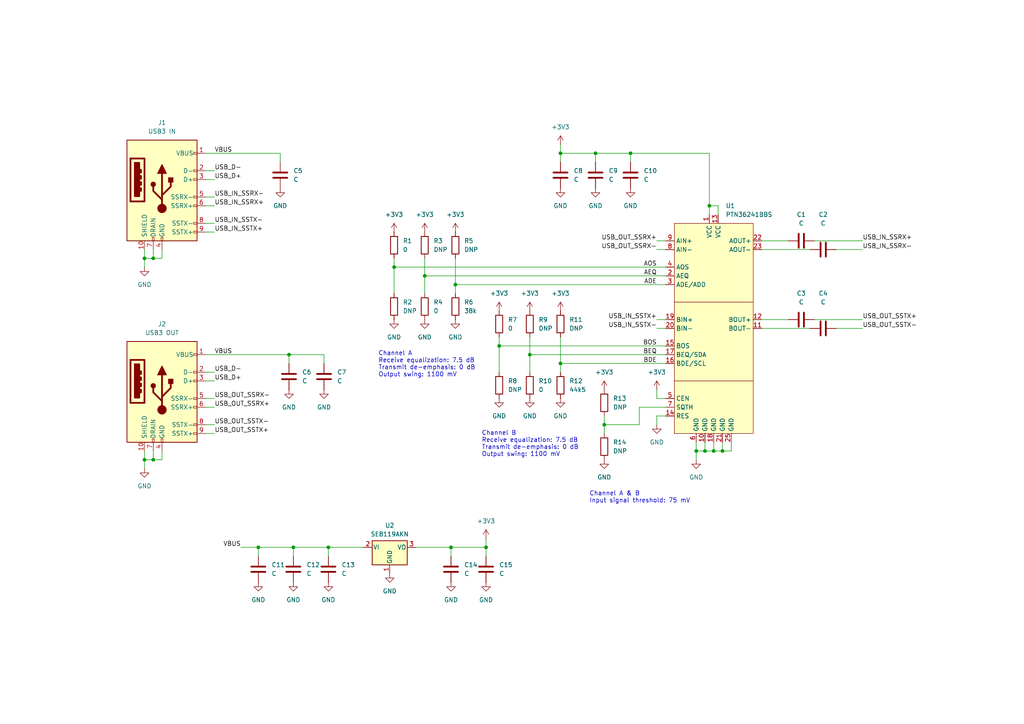
<source format=kicad_sch>
(kicad_sch (version 20231120) (generator "eeschema") (generator_version "8.0")
  (paper "A4")
  (lib_symbols
    (symbol "Connector:USB3_A" (pin_names (offset 1.016))
      (property "Reference" "J" (at -10.16 15.24 0))
      (property "Value" "USB3_A" (at 10.16 15.24 0))
      (symbol "USB3_A_0_0"
        (rectangle (start -9.144 8.636) (end -5.08 -3.81) (stroke (width 0.508)))
        (rectangle (start -7.874 7.366) (end -6.604 -2.286) (stroke (width 0.508)) (fill (type outline)))
        (rectangle (start -6.35 0) (end -6.096 -0.762) (stroke (width 0.508)))
        (rectangle (start -6.35 1.778) (end -6.096 1.016) (stroke (width 0.508)))
        (rectangle (start -6.35 3.556) (end -6.096 2.794) (stroke (width 0.508)))
        (rectangle (start -6.35 5.334) (end -6.096 4.572) (stroke (width 0.508)))
        (rectangle (start -2.794 -15.24) (end -2.286 -14.224))
        (rectangle (start -0.254 -15.24) (end 0.254 -14.224))
        (rectangle (start 10.16 -12.446) (end 9.144 -12.954))
        (rectangle (start 10.16 -9.906) (end 9.144 -10.414))
        (rectangle (start 10.16 -4.826) (end 9.144 -5.334))
        (rectangle (start 10.16 -2.286) (end 9.144 -2.794))
        (rectangle (start 10.16 2.794) (end 9.144 2.286))
        (rectangle (start 10.16 5.334) (end 9.144 4.826))
        (rectangle (start 10.16 10.414) (end 9.144 9.906))
      )
      (symbol "USB3_A_0_1"
        (rectangle (start -10.16 13.97) (end 10.16 -15.24) (stroke (width 0.254)) (fill (type background)))
      )
      (symbol "USB3_A_1_1"
        (circle (center -2.54 1.143) (radius 0.635) (stroke (width 0.254)) (fill (type outline)))
        (circle (center 0 -5.842) (radius 1.27) (fill (type outline)))
        (polyline (pts (xy 0 -5.842) (xy 0 4.318)) (stroke (width 0.508)))
        (polyline (pts (xy 0 -3.302) (xy -2.54 -0.762) (xy -2.54 0.508)) (stroke (width 0.508)))
        (polyline (pts (xy 0 -2.032) (xy 2.54 0.508) (xy 2.54 1.778)) (stroke (width 0.508)))
        (polyline (pts (xy -1.27 4.318) (xy 0 6.858) (xy 1.27 4.318) (xy -1.27 4.318)) (stroke (width 0.254)) (fill (type outline)))
        (rectangle (start 1.905 1.778) (end 3.175 3.048) (stroke (width 0.254)) (fill (type outline)))
        (pin power_in line (at 12.7 10.16 180) (length 2.54) (name "VBUS") (number "1"))
        (pin passive line (at -5.08 -17.78 90) (length 2.54) (name "SHIELD") (number "10"))
        (pin bidirectional line (at 12.7 5.08 180) (length 2.54) (name "D-") (number "2"))
        (pin bidirectional line (at 12.7 2.54 180) (length 2.54) (name "D+") (number "3"))
        (pin power_in line (at 0 -17.78 90) (length 2.54) (name "GND") (number "4"))
        (pin output line (at 12.7 -2.54 180) (length 2.54) (name "SSRX-") (number "5"))
        (pin output line (at 12.7 -5.08 180) (length 2.54) (name "SSRX+") (number "6"))
        (pin passive line (at -2.54 -17.78 90) (length 2.54) (name "DRAIN") (number "7"))
        (pin input line (at 12.7 -10.16 180) (length 2.54) (name "SSTX-") (number "8"))
        (pin input line (at 12.7 -12.7 180) (length 2.54) (name "SSTX+") (number "9"))
      )
    )
    (symbol "Device:C" (pin_numbers hide) (pin_names (offset 0.254))
      (property "Reference" "C" (at 0.635 2.54 0))
      (property "Value" "C" (at 0.635 -2.54 0))
      (symbol "C_0_1"
        (polyline (pts (xy -2.032 -0.762) (xy 2.032 -0.762)) (stroke (width 0.508)))
        (polyline (pts (xy -2.032 0.762) (xy 2.032 0.762)) (stroke (width 0.508)))
      )
      (symbol "C_1_1"
        (pin passive line (at 0 3.81 270) (length 2.794) (name "~") (number "1"))
        (pin passive line (at 0 -3.81 90) (length 2.794) (name "~") (number "2"))
      )
    )
    (symbol "Device:R" (pin_numbers hide) (pin_names (offset 0))
      (property "Reference" "R" (at 2.032 0 90))
      (property "Value" "R" (at 0 0 90))
      (symbol "R_0_1"
        (rectangle (start -1.016 -2.54) (end 1.016 2.54) (stroke (width 0.254)))
      )
      (symbol "R_1_1"
        (pin passive line (at 0 3.81 270) (length 1.27) (name "~") (number "1"))
        (pin passive line (at 0 -3.81 90) (length 1.27) (name "~") (number "2"))
      )
    )
    (symbol "Regulator_Linear:MCP1703Ax-330xxMB" (pin_names (offset 0.254))
      (property "Reference" "U" (at -3.81 3.175 0))
      (property "Value" "MCP1703Ax-330xxMB" (at 0 3.175 0))
      (symbol "MCP1703Ax-330xxMB_0_1"
        (rectangle (start -5.08 -5.08) (end 5.08 1.905) (stroke (width 0.254)) (fill (type background)))
      )
      (symbol "MCP1703Ax-330xxMB_1_1"
        (pin power_in line (at 0 -7.62 90) (length 2.54) (name "GND") (number "1"))
        (pin power_in line (at -7.62 0 0) (length 2.54) (name "VI") (number "2"))
        (pin power_out line (at 7.62 0 180) (length 2.54) (name "VO") (number "3"))
      )
    )
    (symbol "ng_interface_usb:PTN36241BBS"
      (property "Reference" "U" (at 4.318 32.512 0))
      (property "Value" "PTN36241BBS" (at 4.318 30.48 0))
      (symbol "PTN36241BBS_0_1"
        (polyline (pts (xy -11.43 -16.51) (xy 11.43 -16.51)))
        (polyline (pts (xy -11.43 6.35) (xy 11.43 6.35)))
      )
      (symbol "PTN36241BBS_1_1"
        (rectangle (start -11.43 29.21) (end 11.43 -31.75) (fill (type background)))
        (pin power_in line (at -1.27 31.75 270) (length 2.54) (name "VCC") (number "1"))
        (pin power_in line (at -2.54 -34.29 90) (length 2.54) (name "GND") (number "10"))
        (pin output line (at 13.97 -1.27 180) (length 2.54) (name "BOUT-") (number "11"))
        (pin output line (at 13.97 1.27 180) (length 2.54) (name "BOUT+") (number "12"))
        (pin power_in line (at 1.27 31.75 270) (length 2.54) (name "VCC") (number "13"))
        (pin input line (at -13.97 -26.67 0) (length 2.54) (name "RES") (number "14"))
        (pin input line (at -13.97 -6.35 0) (length 2.54) (name "BOS") (number "15"))
        (pin input line (at -13.97 -11.43 0) (length 2.54) (name "BDE/SCL") (number "16"))
        (pin input line (at -13.97 -8.89 0) (length 2.54) (name "BEQ/SDA") (number "17"))
        (pin power_in line (at 0 -34.29 90) (length 2.54) (name "GND") (number "18"))
        (pin input line (at -13.97 1.27 0) (length 2.54) (name "BIN+") (number "19"))
        (pin input line (at -13.97 13.97 0) (length 2.54) (name "AEQ") (number "2"))
        (pin input line (at -13.97 -1.27 0) (length 2.54) (name "BIN-") (number "20"))
        (pin power_in line (at 2.54 -34.29 90) (length 2.54) (name "GND") (number "21"))
        (pin output line (at 13.97 24.13 180) (length 2.54) (name "AOUT+") (number "22"))
        (pin output line (at 13.97 21.59 180) (length 2.54) (name "AOUT-") (number "23"))
        (pin no_connect line (at 13.97 -21.59 180) (length 2.54) hide (name "NC") (number "24"))
        (pin power_in line (at 5.08 -34.29 90) (length 2.54) (name "GND") (number "25"))
        (pin input line (at -13.97 11.43 0) (length 2.54) (name "ADE/ADD") (number "3"))
        (pin input line (at -13.97 16.51 0) (length 2.54) (name "AOS") (number "4"))
        (pin input line (at -13.97 -21.59 0) (length 2.54) (name "CEN") (number "5"))
        (pin power_in line (at -5.08 -34.29 90) (length 2.54) (name "GND") (number "6"))
        (pin input line (at -13.97 -24.13 0) (length 2.54) (name "SQTH") (number "7"))
        (pin input line (at -13.97 21.59 0) (length 2.54) (name "AIN-") (number "8"))
        (pin input line (at -13.97 24.13 0) (length 2.54) (name "AIN+") (number "9"))
      )
    )
    (symbol "power:+3V3" (power) (pin_numbers hide) (pin_names (offset 0) hide)
      (property "Value" "+3V3" (at 0 3.556 0))
      (symbol "+3V3_0_1"
        (polyline (pts (xy -0.762 1.27) (xy 0 2.54)))
        (polyline (pts (xy 0 0) (xy 0 2.54)))
        (polyline (pts (xy 0 2.54) (xy 0.762 1.27)))
      )
      (symbol "+3V3_1_1"
        (pin power_in line (at 0 0 90) (length 0) (name "~") (number "1"))
      )
    )
    (symbol "power:GND" (power) (pin_numbers hide) (pin_names (offset 0) hide)
      (property "Value" "GND" (at 0 -3.81 0))
      (symbol "GND_0_1"
        (polyline (pts (xy 0 0) (xy 0 -1.27) (xy 1.27 -1.27) (xy 0 -2.54) (xy -1.27 -1.27) (xy 0 -1.27)))
      )
      (symbol "GND_1_1"
        (pin power_in line (at 0 0 270) (length 0) (name "~") (number "1"))
      )
    )
  )
  (junction (at 114.3 77.47))
  (junction (at 153.67 102.87))
  (junction (at 209.55 130.81))
  (junction (at 83.82 102.87))
  (junction (at 44.45 133.35))
  (junction (at 41.91 74.93))
  (junction (at 144.78 100.33))
  (junction (at 182.88 44.45))
  (junction (at 41.91 133.35))
  (junction (at 85.09 158.75))
  (junction (at 74.93 158.75))
  (junction (at 95.25 158.75))
  (junction (at 140.97 158.75))
  (junction (at 44.45 74.93))
  (junction (at 162.56 44.45))
  (junction (at 205.74 59.69))
  (junction (at 130.81 158.75))
  (junction (at 201.93 130.81))
  (junction (at 123.19 80.01))
  (junction (at 162.56 105.41))
  (junction (at 132.08 82.55))
  (junction (at 175.26 123.19))
  (junction (at 204.47 130.81))
  (junction (at 207.01 130.81))
  (junction (at 172.72 44.45))
  (wire (pts (xy 190.5 113.03) (xy 190.5 115.57)))
  (wire (pts (xy 175.26 123.19) (xy 175.26 125.73)))
  (wire (pts (xy 175.26 123.19) (xy 185.42 123.19)))
  (wire (pts (xy 220.98 95.25) (xy 234.95 95.25)))
  (wire (pts (xy 44.45 133.35) (xy 46.99 133.35)))
  (wire (pts (xy 185.42 123.19) (xy 185.42 118.11)))
  (wire (pts (xy 153.67 102.87) (xy 193.04 102.87)))
  (wire (pts (xy 130.81 158.75) (xy 140.97 158.75)))
  (wire (pts (xy 205.74 62.23) (xy 205.74 59.69)))
  (wire (pts (xy 220.98 92.71) (xy 228.6 92.71)))
  (wire (pts (xy 114.3 77.47) (xy 193.04 77.47)))
  (wire (pts (xy 83.82 102.87) (xy 93.98 102.87)))
  (wire (pts (xy 59.69 64.77) (xy 62.23 64.77)))
  (wire (pts (xy 193.04 120.65) (xy 190.5 120.65)))
  (wire (pts (xy 140.97 158.75) (xy 140.97 161.29)))
  (wire (pts (xy 201.93 130.81) (xy 204.47 130.81)))
  (wire (pts (xy 204.47 130.81) (xy 207.01 130.81)))
  (wire (pts (xy 162.56 44.45) (xy 172.72 44.45)))
  (wire (pts (xy 162.56 46.99) (xy 162.56 44.45)))
  (wire (pts (xy 236.22 69.85) (xy 250.19 69.85)))
  (wire (pts (xy 190.5 92.71) (xy 193.04 92.71)))
  (wire (pts (xy 59.69 57.15) (xy 62.23 57.15)))
  (wire (pts (xy 44.45 72.39) (xy 44.45 74.93)))
  (wire (pts (xy 190.5 120.65) (xy 190.5 123.19)))
  (wire (pts (xy 182.88 44.45) (xy 205.74 44.45)))
  (wire (pts (xy 130.81 158.75) (xy 130.81 161.29)))
  (wire (pts (xy 59.69 125.73) (xy 62.23 125.73)))
  (wire (pts (xy 85.09 158.75) (xy 74.93 158.75)))
  (wire (pts (xy 93.98 102.87) (xy 93.98 105.41)))
  (wire (pts (xy 242.57 72.39) (xy 250.19 72.39)))
  (wire (pts (xy 46.99 72.39) (xy 46.99 74.93)))
  (wire (pts (xy 41.91 72.39) (xy 41.91 74.93)))
  (wire (pts (xy 44.45 130.81) (xy 44.45 133.35)))
  (wire (pts (xy 59.69 118.11) (xy 62.23 118.11)))
  (wire (pts (xy 81.28 44.45) (xy 81.28 46.99)))
  (wire (pts (xy 175.26 120.65) (xy 175.26 123.19)))
  (wire (pts (xy 41.91 74.93) (xy 41.91 77.47)))
  (wire (pts (xy 172.72 44.45) (xy 182.88 44.45)))
  (wire (pts (xy 190.5 115.57) (xy 193.04 115.57)))
  (wire (pts (xy 190.5 95.25) (xy 193.04 95.25)))
  (wire (pts (xy 182.88 44.45) (xy 182.88 46.99)))
  (wire (pts (xy 144.78 97.79) (xy 144.78 100.33)))
  (wire (pts (xy 41.91 130.81) (xy 41.91 133.35)))
  (wire (pts (xy 144.78 100.33) (xy 144.78 107.95)))
  (wire (pts (xy 212.09 130.81) (xy 212.09 128.27)))
  (wire (pts (xy 144.78 100.33) (xy 193.04 100.33)))
  (wire (pts (xy 41.91 133.35) (xy 44.45 133.35)))
  (wire (pts (xy 207.01 128.27) (xy 207.01 130.81)))
  (wire (pts (xy 59.69 110.49) (xy 62.23 110.49)))
  (wire (pts (xy 59.69 52.07) (xy 62.23 52.07)))
  (wire (pts (xy 41.91 133.35) (xy 41.91 135.89)))
  (wire (pts (xy 209.55 130.81) (xy 212.09 130.81)))
  (wire (pts (xy 59.69 49.53) (xy 62.23 49.53)))
  (wire (pts (xy 132.08 74.93) (xy 132.08 82.55)))
  (wire (pts (xy 41.91 74.93) (xy 44.45 74.93)))
  (wire (pts (xy 44.45 74.93) (xy 46.99 74.93)))
  (wire (pts (xy 205.74 44.45) (xy 205.74 59.69)))
  (wire (pts (xy 123.19 80.01) (xy 123.19 85.09)))
  (wire (pts (xy 59.69 67.31) (xy 62.23 67.31)))
  (wire (pts (xy 153.67 97.79) (xy 153.67 102.87)))
  (wire (pts (xy 95.25 158.75) (xy 85.09 158.75)))
  (wire (pts (xy 83.82 102.87) (xy 83.82 105.41)))
  (wire (pts (xy 114.3 74.93) (xy 114.3 77.47)))
  (wire (pts (xy 123.19 74.93) (xy 123.19 80.01)))
  (wire (pts (xy 59.69 59.69) (xy 62.23 59.69)))
  (wire (pts (xy 95.25 158.75) (xy 95.25 161.29)))
  (wire (pts (xy 123.19 80.01) (xy 193.04 80.01)))
  (wire (pts (xy 59.69 102.87) (xy 83.82 102.87)))
  (wire (pts (xy 208.28 59.69) (xy 208.28 62.23)))
  (wire (pts (xy 172.72 44.45) (xy 172.72 46.99)))
  (wire (pts (xy 69.85 158.75) (xy 74.93 158.75)))
  (wire (pts (xy 59.69 107.95) (xy 62.23 107.95)))
  (wire (pts (xy 59.69 115.57) (xy 62.23 115.57)))
  (wire (pts (xy 105.41 158.75) (xy 95.25 158.75)))
  (wire (pts (xy 162.56 105.41) (xy 193.04 105.41)))
  (wire (pts (xy 201.93 130.81) (xy 201.93 133.35)))
  (wire (pts (xy 74.93 158.75) (xy 74.93 161.29)))
  (wire (pts (xy 204.47 128.27) (xy 204.47 130.81)))
  (wire (pts (xy 132.08 82.55) (xy 193.04 82.55)))
  (wire (pts (xy 162.56 97.79) (xy 162.56 105.41)))
  (wire (pts (xy 220.98 72.39) (xy 234.95 72.39)))
  (wire (pts (xy 220.98 69.85) (xy 228.6 69.85)))
  (wire (pts (xy 162.56 41.91) (xy 162.56 44.45)))
  (wire (pts (xy 132.08 82.55) (xy 132.08 85.09)))
  (wire (pts (xy 201.93 128.27) (xy 201.93 130.81)))
  (wire (pts (xy 59.69 44.45) (xy 81.28 44.45)))
  (wire (pts (xy 120.65 158.75) (xy 130.81 158.75)))
  (wire (pts (xy 242.57 95.25) (xy 250.19 95.25)))
  (wire (pts (xy 236.22 92.71) (xy 250.19 92.71)))
  (wire (pts (xy 205.74 59.69) (xy 208.28 59.69)))
  (wire (pts (xy 162.56 105.41) (xy 162.56 107.95)))
  (wire (pts (xy 46.99 130.81) (xy 46.99 133.35)))
  (wire (pts (xy 209.55 128.27) (xy 209.55 130.81)))
  (wire (pts (xy 59.69 123.19) (xy 62.23 123.19)))
  (wire (pts (xy 190.5 72.39) (xy 193.04 72.39)))
  (wire (pts (xy 153.67 102.87) (xy 153.67 107.95)))
  (wire (pts (xy 140.97 156.21) (xy 140.97 158.75)))
  (wire (pts (xy 114.3 77.47) (xy 114.3 85.09)))
  (wire (pts (xy 207.01 130.81) (xy 209.55 130.81)))
  (wire (pts (xy 185.42 118.11) (xy 193.04 118.11)))
  (wire (pts (xy 85.09 158.75) (xy 85.09 161.29)))
  (wire (pts (xy 190.5 69.85) (xy 193.04 69.85)))
  (text "Channel A\nReceive equalization: 7.5 dB\nTransmit de-emphasis: 0 dB\nOutput swing: 1100 mV\n" (at 109.728 105.664 0) (effects (font (size 1.27 1.27)) (justify left)))
  (text "Channel B\nReceive equalization: 7.5 dB\nTransmit de-emphasis: 0 dB\nOutput swing: 1100 mV\n" (at 139.7 128.778 0) (effects (font (size 1.27 1.27)) (justify left)))
  (text "Channel A & B\nInput signal threshold: 75 mV" (at 170.942 144.272 0) (effects (font (size 1.27 1.27)) (justify left)))
  (label "USB_IN_SSRX+" (at 250.19 69.85 0))
  (label "AOS" (at 190.5 77.47 180))
  (label "USB_IN_SSTX-" (at 62.23 64.77 0))
  (label "VBUS" (at 69.85 158.75 180))
  (label "USB_OUT_SSRX+" (at 190.5 69.85 180))
  (label "USB_IN_SSRX-" (at 62.23 57.15 0))
  (label "USB_OUT_SSRX+" (at 62.23 118.11 0))
  (label "USB_OUT_SSTX+" (at 62.23 125.73 0))
  (label "USB_D-" (at 62.23 107.95 0))
  (label "USB_OUT_SSRX-" (at 62.23 115.57 0))
  (label "USB_IN_SSRX-" (at 250.19 72.39 0))
  (label "BEQ" (at 190.5 102.87 180))
  (label "USB_IN_SSRX+" (at 62.23 59.69 0))
  (label "USB_IN_SSTX+" (at 62.23 67.31 0))
  (label "USB_OUT_SSTX+" (at 250.19 92.71 0))
  (label "VBUS" (at 62.23 102.87 0))
  (label "USB_IN_SSTX-" (at 190.5 95.25 180))
  (label "ADE" (at 190.5 82.55 180))
  (label "USB_D+" (at 62.23 52.07 0))
  (label "USB_D-" (at 62.23 49.53 0))
  (label "USB_OUT_SSRX-" (at 190.5 72.39 180))
  (label "BDE" (at 190.5 105.41 180))
  (label "USB_IN_SSTX+" (at 190.5 92.71 180))
  (label "USB_OUT_SSTX-" (at 62.23 123.19 0))
  (label "AEQ" (at 190.5 80.01 180))
  (label "USB_D+" (at 62.23 110.49 0))
  (label "USB_OUT_SSTX-" (at 250.19 95.25 0))
  (label "VBUS" (at 62.23 44.45 0))
  (label "BOS" (at 190.5 100.33 180))
  (symbol (lib_id "Device:R") (at 123.19 71.12 0) (unit 1)
    (property "Reference" "R3" (at 125.73 69.8499 0) (effects (justify left)))
    (property "Value" "DNP" (at 125.73 72.3899 0) (effects (justify left)))
    (property "Description" "Resistor" (effects (hide yes)))
  )
  (symbol (lib_id "power:GND") (at 85.09 168.91 0) (unit 1)
    (property "Reference" "#PWR028" (effects (hide yes)))
    (property "Value" "GND" (at 85.09 173.99 0))
    (property "Description" "Power symbol creates a global label with name \"GND\" , ground" (effects (hide yes)))
  )
  (symbol (lib_id "power:+3V3") (at 162.56 90.17 0) (unit 1)
    (property "Reference" "#PWR011" (effects (hide yes)))
    (property "Value" "+3V3" (at 162.56 85.09 0))
    (property "Description" "Power symbol creates a global label with name \"+3V3\"" (effects (hide yes)))
  )
  (symbol (lib_id "power:GND") (at 41.91 77.47 0) (unit 1)
    (property "Reference" "#PWR019" (effects (hide yes)))
    (property "Value" "GND" (at 41.91 82.55 0))
    (property "Description" "Power symbol creates a global label with name \"GND\" , ground" (effects (hide yes)))
  )
  (symbol (lib_id "Device:C") (at 95.25 165.1 0) (unit 1)
    (property "Reference" "C13" (at 99.06 163.8299 0) (effects (justify left)))
    (property "Value" "C" (at 99.06 166.3699 0) (effects (justify left)))
    (property "Description" "Unpolarized capacitor" (effects (hide yes)))
  )
  (symbol (lib_id "power:GND") (at 162.56 115.57 0) (unit 1)
    (property "Reference" "#PWR012" (effects (hide yes)))
    (property "Value" "GND" (at 162.56 120.65 0))
    (property "Description" "Power symbol creates a global label with name \"GND\" , ground" (effects (hide yes)))
  )
  (symbol (lib_id "Device:R") (at 144.78 93.98 0) (unit 1)
    (property "Reference" "R7" (at 147.32 92.7099 0) (effects (justify left)))
    (property "Value" "0" (at 147.32 95.2499 0) (effects (justify left)))
    (property "Description" "Resistor" (effects (hide yes)))
  )
  (symbol (lib_id "Device:C") (at 85.09 165.1 0) (unit 1)
    (property "Reference" "C12" (at 88.9 163.8299 0) (effects (justify left)))
    (property "Value" "C" (at 88.9 166.3699 0) (effects (justify left)))
    (property "Description" "Unpolarized capacitor" (effects (hide yes)))
  )
  (symbol (lib_id "power:GND") (at 182.88 54.61 0) (unit 1)
    (property "Reference" "#PWR026" (effects (hide yes)))
    (property "Value" "GND" (at 182.88 59.69 0))
    (property "Description" "Power symbol creates a global label with name \"GND\" , ground" (effects (hide yes)))
  )
  (symbol (lib_id "Regulator_Linear:MCP1703Ax-330xxMB") (at 113.03 158.75 0) (unit 1)
    (property "Reference" "U2" (at 113.03 152.4 0))
    (property "Value" "SE8119AKN" (at 113.03 154.94 0))
    (property "Footprint" "Package_TO_SOT_SMD:SOT-89-3" (effects (hide yes)))
    (property "Datasheet" "http://ww1.microchip.com/downloads/en/DeviceDoc/20005122B.pdf" (effects (hide yes)))
    (property "Description" "Low Quiescent Current LDO Regulator, 3.3V, 250mA, Vin<=16V, SOT-89" (effects (hide yes)))
  )
  (symbol (lib_id "Device:C") (at 172.72 50.8 0) (unit 1)
    (property "Reference" "C9" (at 176.53 49.5299 0) (effects (justify left)))
    (property "Value" "C" (at 176.53 52.0699 0) (effects (justify left)))
    (property "Description" "Unpolarized capacitor" (effects (hide yes)))
  )
  (symbol (lib_id "Device:R") (at 162.56 93.98 0) (unit 1)
    (property "Reference" "R11" (at 165.1 92.7099 0) (effects (justify left)))
    (property "Value" "DNP" (at 165.1 95.2499 0) (effects (justify left)))
    (property "Description" "Resistor" (effects (hide yes)))
  )
  (symbol (lib_id "Device:R") (at 123.19 88.9 0) (unit 1)
    (property "Reference" "R4" (at 125.73 87.6299 0) (effects (justify left)))
    (property "Value" "0" (at 125.73 90.1699 0) (effects (justify left)))
    (property "Description" "Resistor" (effects (hide yes)))
  )
  (symbol (lib_id "power:+3V3") (at 123.19 67.31 0) (unit 1)
    (property "Reference" "#PWR03" (effects (hide yes)))
    (property "Value" "+3V3" (at 123.19 62.23 0))
    (property "Description" "Power symbol creates a global label with name \"+3V3\"" (effects (hide yes)))
  )
  (symbol (lib_id "Device:C") (at 93.98 109.22 0) (unit 1)
    (property "Reference" "C7" (at 97.79 107.9499 0) (effects (justify left)))
    (property "Value" "C" (at 97.79 110.4899 0) (effects (justify left)))
    (property "Description" "Unpolarized capacitor" (effects (hide yes)))
  )
  (symbol (lib_id "power:+3V3") (at 132.08 67.31 0) (unit 1)
    (property "Reference" "#PWR05" (effects (hide yes)))
    (property "Value" "+3V3" (at 132.08 62.23 0))
    (property "Description" "Power symbol creates a global label with name \"+3V3\"" (effects (hide yes)))
  )
  (symbol (lib_id "Device:R") (at 162.56 111.76 0) (unit 1)
    (property "Reference" "R12" (at 165.1 110.4899 0) (effects (justify left)))
    (property "Value" "44k5" (at 165.1 113.0299 0) (effects (justify left)))
    (property "Description" "Resistor" (effects (hide yes)))
  )
  (symbol (lib_id "Device:R") (at 114.3 88.9 0) (unit 1)
    (property "Reference" "R2" (at 116.84 87.6299 0) (effects (justify left)))
    (property "Value" "DNP" (at 116.84 90.1699 0) (effects (justify left)))
    (property "Description" "Resistor" (effects (hide yes)))
  )
  (symbol (lib_id "Connector:USB3_A") (at 46.99 113.03 0) (unit 1)
    (property "Reference" "J2" (at 46.99 93.98 0))
    (property "Value" "USB3 OUT" (at 46.99 96.52 0))
    (property "Description" "USB 3.0 A connector" (effects (hide yes)))
  )
  (symbol (lib_id "power:GND") (at 162.56 54.61 0) (unit 1)
    (property "Reference" "#PWR024" (effects (hide yes)))
    (property "Value" "GND" (at 162.56 59.69 0))
    (property "Description" "Power symbol creates a global label with name \"GND\" , ground" (effects (hide yes)))
  )
  (symbol (lib_id "Device:C") (at 74.93 165.1 0) (unit 1)
    (property "Reference" "C11" (at 78.74 163.8299 0) (effects (justify left)))
    (property "Value" "C" (at 78.74 166.3699 0) (effects (justify left)))
    (property "Description" "Unpolarized capacitor" (effects (hide yes)))
  )
  (symbol (lib_id "power:+3V3") (at 162.56 41.91 0) (unit 1)
    (property "Reference" "#PWR018" (effects (hide yes)))
    (property "Value" "+3V3" (at 162.56 36.83 0))
    (property "Description" "Power symbol creates a global label with name \"+3V3\"" (effects (hide yes)))
  )
  (symbol (lib_id "power:+3V3") (at 114.3 67.31 0) (unit 1)
    (property "Reference" "#PWR01" (effects (hide yes)))
    (property "Value" "+3V3" (at 114.3 62.23 0))
    (property "Description" "Power symbol creates a global label with name \"+3V3\"" (effects (hide yes)))
  )
  (symbol (lib_id "Device:R") (at 153.67 93.98 0) (unit 1)
    (property "Reference" "R9" (at 156.21 92.7099 0) (effects (justify left)))
    (property "Value" "DNP" (at 156.21 95.2499 0) (effects (justify left)))
    (property "Description" "Resistor" (effects (hide yes)))
  )
  (symbol (lib_id "power:GND") (at 74.93 168.91 0) (unit 1)
    (property "Reference" "#PWR027" (effects (hide yes)))
    (property "Value" "GND" (at 74.93 173.99 0))
    (property "Description" "Power symbol creates a global label with name \"GND\" , ground" (effects (hide yes)))
  )
  (symbol (lib_id "Connector:USB3_A") (at 46.99 54.61 0) (unit 1)
    (property "Reference" "J1" (at 46.99 35.56 0))
    (property "Value" "USB3 IN" (at 46.99 38.1 0))
    (property "Description" "USB 3.0 A connector" (effects (hide yes)))
  )
  (symbol (lib_id "power:+3V3") (at 140.97 156.21 0) (unit 1)
    (property "Reference" "#PWR033" (effects (hide yes)))
    (property "Value" "+3V3" (at 140.97 151.13 0))
    (property "Description" "Power symbol creates a global label with name \"+3V3\"" (effects (hide yes)))
  )
  (symbol (lib_id "power:GND") (at 201.93 133.35 0) (unit 1)
    (property "Reference" "#PWR017" (effects (hide yes)))
    (property "Value" "GND" (at 201.93 138.43 0))
    (property "Description" "Power symbol creates a global label with name \"GND\" , ground" (effects (hide yes)))
  )
  (symbol (lib_id "Device:R") (at 153.67 111.76 0) (unit 1)
    (property "Reference" "R10" (at 156.21 110.4899 0) (effects (justify left)))
    (property "Value" "0" (at 156.21 113.0299 0) (effects (justify left)))
    (property "Description" "Resistor" (effects (hide yes)))
  )
  (symbol (lib_id "power:GND") (at 153.67 115.57 0) (unit 1)
    (property "Reference" "#PWR010" (effects (hide yes)))
    (property "Value" "GND" (at 153.67 120.65 0))
    (property "Description" "Power symbol creates a global label with name \"GND\" , ground" (effects (hide yes)))
  )
  (symbol (lib_id "Device:R") (at 144.78 111.76 0) (unit 1)
    (property "Reference" "R8" (at 147.32 110.4899 0) (effects (justify left)))
    (property "Value" "DNP" (at 147.32 113.0299 0) (effects (justify left)))
    (property "Description" "Resistor" (effects (hide yes)))
  )
  (symbol (lib_id "power:GND") (at 95.25 168.91 0) (unit 1)
    (property "Reference" "#PWR029" (effects (hide yes)))
    (property "Value" "GND" (at 95.25 173.99 0))
    (property "Description" "Power symbol creates a global label with name \"GND\" , ground" (effects (hide yes)))
  )
  (symbol (lib_id "Device:C") (at 238.76 72.39 90) (unit 1)
    (property "Reference" "C2" (at 238.76 62.23 90))
    (property "Value" "C" (at 238.76 64.77 90))
    (property "Description" "Unpolarized capacitor" (effects (hide yes)))
  )
  (symbol (lib_id "power:GND") (at 130.81 168.91 0) (unit 1)
    (property "Reference" "#PWR031" (effects (hide yes)))
    (property "Value" "GND" (at 130.81 173.99 0))
    (property "Description" "Power symbol creates a global label with name \"GND\" , ground" (effects (hide yes)))
  )
  (symbol (lib_id "power:GND") (at 83.82 113.03 0) (unit 1)
    (property "Reference" "#PWR022" (effects (hide yes)))
    (property "Value" "GND" (at 83.82 118.11 0))
    (property "Description" "Power symbol creates a global label with name \"GND\" , ground" (effects (hide yes)))
  )
  (symbol (lib_id "Device:R") (at 175.26 116.84 0) (unit 1)
    (property "Reference" "R13" (at 177.8 115.5699 0) (effects (justify left)))
    (property "Value" "DNP" (at 177.8 118.1099 0) (effects (justify left)))
    (property "Description" "Resistor" (effects (hide yes)))
  )
  (symbol (lib_id "Device:R") (at 132.08 71.12 0) (unit 1)
    (property "Reference" "R5" (at 134.62 69.8499 0) (effects (justify left)))
    (property "Value" "DNP" (at 134.62 72.3899 0) (effects (justify left)))
    (property "Description" "Resistor" (effects (hide yes)))
  )
  (symbol (lib_id "power:GND") (at 123.19 92.71 0) (unit 1)
    (property "Reference" "#PWR04" (effects (hide yes)))
    (property "Value" "GND" (at 123.19 97.79 0))
    (property "Description" "Power symbol creates a global label with name \"GND\" , ground" (effects (hide yes)))
  )
  (symbol (lib_id "power:GND") (at 140.97 168.91 0) (unit 1)
    (property "Reference" "#PWR032" (effects (hide yes)))
    (property "Value" "GND" (at 140.97 173.99 0))
    (property "Description" "Power symbol creates a global label with name \"GND\" , ground" (effects (hide yes)))
  )
  (symbol (lib_id "Device:C") (at 130.81 165.1 0) (unit 1)
    (property "Reference" "C14" (at 134.62 163.8299 0) (effects (justify left)))
    (property "Value" "C" (at 134.62 166.3699 0) (effects (justify left)))
    (property "Description" "Unpolarized capacitor" (effects (hide yes)))
  )
  (symbol (lib_id "Device:C") (at 182.88 50.8 0) (unit 1)
    (property "Reference" "C10" (at 186.69 49.5299 0) (effects (justify left)))
    (property "Value" "C" (at 186.69 52.0699 0) (effects (justify left)))
    (property "Description" "Unpolarized capacitor" (effects (hide yes)))
  )
  (symbol (lib_id "Device:R") (at 132.08 88.9 0) (unit 1)
    (property "Reference" "R6" (at 134.62 87.6299 0) (effects (justify left)))
    (property "Value" "38k" (at 134.62 90.1699 0) (effects (justify left)))
    (property "Description" "Resistor" (effects (hide yes)))
  )
  (symbol (lib_id "power:GND") (at 114.3 92.71 0) (unit 1)
    (property "Reference" "#PWR02" (effects (hide yes)))
    (property "Value" "GND" (at 114.3 97.79 0))
    (property "Description" "Power symbol creates a global label with name \"GND\" , ground" (effects (hide yes)))
  )
  (symbol (lib_id "power:GND") (at 190.5 123.19 0) (unit 1)
    (property "Reference" "#PWR016" (effects (hide yes)))
    (property "Value" "GND" (at 190.5 128.27 0))
    (property "Description" "Power symbol creates a global label with name \"GND\" , ground" (effects (hide yes)))
  )
  (symbol (lib_id "Device:C") (at 232.41 69.85 90) (unit 1)
    (property "Reference" "C1" (at 232.41 62.23 90))
    (property "Value" "C" (at 232.41 64.77 90))
    (property "Description" "Unpolarized capacitor" (effects (hide yes)))
  )
  (symbol (lib_id "power:GND") (at 144.78 115.57 0) (unit 1)
    (property "Reference" "#PWR08" (effects (hide yes)))
    (property "Value" "GND" (at 144.78 120.65 0))
    (property "Description" "Power symbol creates a global label with name \"GND\" , ground" (effects (hide yes)))
  )
  (symbol (lib_id "Device:C") (at 140.97 165.1 0) (unit 1)
    (property "Reference" "C15" (at 144.78 163.8299 0) (effects (justify left)))
    (property "Value" "C" (at 144.78 166.3699 0) (effects (justify left)))
    (property "Description" "Unpolarized capacitor" (effects (hide yes)))
  )
  (symbol (lib_id "Device:R") (at 114.3 71.12 0) (unit 1)
    (property "Reference" "R1" (at 116.84 69.8499 0) (effects (justify left)))
    (property "Value" "0" (at 116.84 72.3899 0) (effects (justify left)))
    (property "Description" "Resistor" (effects (hide yes)))
  )
  (symbol (lib_id "Device:C") (at 238.76 95.25 90) (unit 1)
    (property "Reference" "C4" (at 238.76 85.09 90))
    (property "Value" "C" (at 238.76 87.63 90))
    (property "Description" "Unpolarized capacitor" (effects (hide yes)))
  )
  (symbol (lib_id "Device:R") (at 175.26 129.54 0) (unit 1)
    (property "Reference" "R14" (at 177.8 128.2699 0) (effects (justify left)))
    (property "Value" "DNP" (at 177.8 130.8099 0) (effects (justify left)))
    (property "Description" "Resistor" (effects (hide yes)))
  )
  (symbol (lib_id "Device:C") (at 81.28 50.8 0) (unit 1)
    (property "Reference" "C5" (at 85.09 49.5299 0) (effects (justify left)))
    (property "Value" "C" (at 85.09 52.0699 0) (effects (justify left)))
    (property "Description" "Unpolarized capacitor" (effects (hide yes)))
  )
  (symbol (lib_id "power:GND") (at 132.08 92.71 0) (unit 1)
    (property "Reference" "#PWR06" (effects (hide yes)))
    (property "Value" "GND" (at 132.08 97.79 0))
    (property "Description" "Power symbol creates a global label with name \"GND\" , ground" (effects (hide yes)))
  )
  (symbol (lib_id "power:+3V3") (at 175.26 113.03 0) (unit 1)
    (property "Reference" "#PWR013" (effects (hide yes)))
    (property "Value" "+3V3" (at 175.26 107.95 0))
    (property "Description" "Power symbol creates a global label with name \"+3V3\"" (effects (hide yes)))
  )
  (symbol (lib_id "power:GND") (at 172.72 54.61 0) (unit 1)
    (property "Reference" "#PWR025" (effects (hide yes)))
    (property "Value" "GND" (at 172.72 59.69 0))
    (property "Description" "Power symbol creates a global label with name \"GND\" , ground" (effects (hide yes)))
  )
  (symbol (lib_id "Device:C") (at 162.56 50.8 0) (unit 1)
    (property "Reference" "C8" (at 166.37 49.5299 0) (effects (justify left)))
    (property "Value" "C" (at 166.37 52.0699 0) (effects (justify left)))
    (property "Description" "Unpolarized capacitor" (effects (hide yes)))
  )
  (symbol (lib_id "power:GND") (at 175.26 133.35 0) (unit 1)
    (property "Reference" "#PWR014" (effects (hide yes)))
    (property "Value" "GND" (at 175.26 138.43 0))
    (property "Description" "Power symbol creates a global label with name \"GND\" , ground" (effects (hide yes)))
  )
  (symbol (lib_id "power:GND") (at 93.98 113.03 0) (unit 1)
    (property "Reference" "#PWR023" (effects (hide yes)))
    (property "Value" "GND" (at 93.98 118.11 0))
    (property "Description" "Power symbol creates a global label with name \"GND\" , ground" (effects (hide yes)))
  )
  (symbol (lib_id "power:+3V3") (at 153.67 90.17 0) (unit 1)
    (property "Reference" "#PWR09" (effects (hide yes)))
    (property "Value" "+3V3" (at 153.67 85.09 0))
    (property "Description" "Power symbol creates a global label with name \"+3V3\"" (effects (hide yes)))
  )
  (symbol (lib_id "power:GND") (at 113.03 166.37 0) (unit 1)
    (property "Reference" "#PWR030" (effects (hide yes)))
    (property "Value" "GND" (at 113.03 171.45 0))
    (property "Description" "Power symbol creates a global label with name \"GND\" , ground" (effects (hide yes)))
  )
  (symbol (lib_id "power:+3V3") (at 144.78 90.17 0) (unit 1)
    (property "Reference" "#PWR07" (effects (hide yes)))
    (property "Value" "+3V3" (at 144.78 85.09 0))
    (property "Description" "Power symbol creates a global label with name \"+3V3\"" (effects (hide yes)))
  )
  (symbol (lib_id "power:GND") (at 81.28 54.61 0) (unit 1)
    (property "Reference" "#PWR021" (effects (hide yes)))
    (property "Value" "GND" (at 81.28 59.69 0))
    (property "Description" "Power symbol creates a global label with name \"GND\" , ground" (effects (hide yes)))
  )
  (symbol (lib_id "power:GND") (at 41.91 135.89 0) (unit 1)
    (property "Reference" "#PWR020" (effects (hide yes)))
    (property "Value" "GND" (at 41.91 140.97 0))
    (property "Description" "Power symbol creates a global label with name \"GND\" , ground" (effects (hide yes)))
  )
  (symbol (lib_id "Device:C") (at 83.82 109.22 0) (unit 1)
    (property "Reference" "C6" (at 87.63 107.9499 0) (effects (justify left)))
    (property "Value" "C" (at 87.63 110.4899 0) (effects (justify left)))
    (property "Description" "Unpolarized capacitor" (effects (hide yes)))
  )
  (symbol (lib_id "power:+3V3") (at 190.5 113.03 0) (unit 1)
    (property "Reference" "#PWR015" (effects (hide yes)))
    (property "Value" "+3V3" (at 190.5 107.95 0))
    (property "Description" "Power symbol creates a global label with name \"+3V3\"" (effects (hide yes)))
  )
  (symbol (lib_id "Device:C") (at 232.41 92.71 90) (unit 1)
    (property "Reference" "C3" (at 232.41 85.09 90))
    (property "Value" "C" (at 232.41 87.63 90))
    (property "Description" "Unpolarized capacitor" (effects (hide yes)))
  )
  (symbol (lib_id "ng_interface_usb:PTN36241BBS") (at 207.01 93.98 0) (unit 1)
    (property "Reference" "U1" (at 210.4741 59.69 0) (effects (justify left)))
    (property "Value" "PTN36241BBS" (at 210.4741 62.23 0) (effects (justify left)))
    (property "Footprint" "Package_DFN_QFN:HVQFN-24-1EP_4x4mm_P0.5mm_EP2.5x2.5mm_ThermalVias" (effects (hide yes)))
    (property "Datasheet" "https://www.nxp.com/docs/en/data-sheet/PTN36241B.pdf" (effects (hide yes)))
    (property "Description" "SuperSpeed USB 3.0 redriver" (effects (hide yes)))
  )
)
</source>
